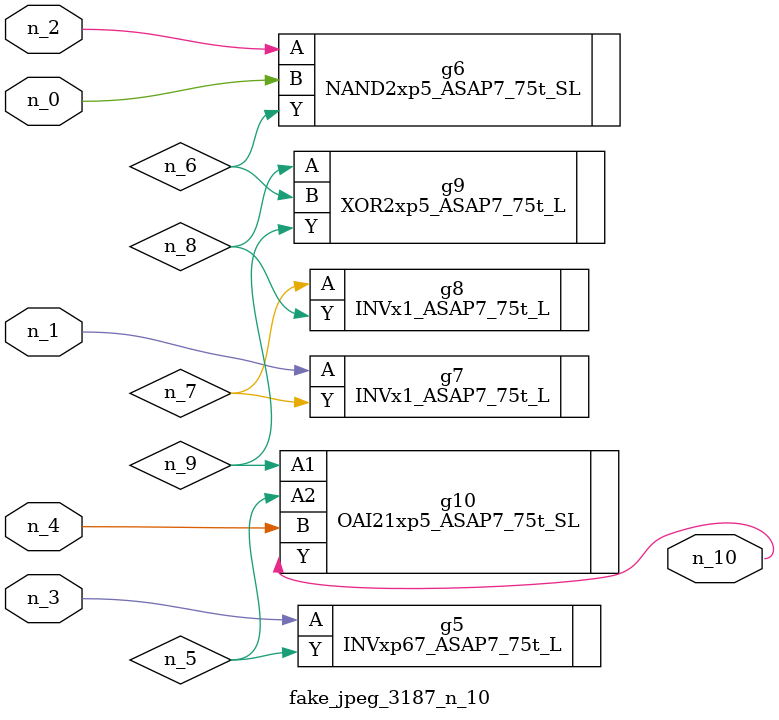
<source format=v>
module fake_jpeg_3187_n_10 (n_3, n_2, n_1, n_0, n_4, n_10);

input n_3;
input n_2;
input n_1;
input n_0;
input n_4;

output n_10;

wire n_8;
wire n_9;
wire n_6;
wire n_5;
wire n_7;

INVxp67_ASAP7_75t_L g5 ( 
.A(n_3),
.Y(n_5)
);

NAND2xp5_ASAP7_75t_SL g6 ( 
.A(n_2),
.B(n_0),
.Y(n_6)
);

INVx1_ASAP7_75t_L g7 ( 
.A(n_1),
.Y(n_7)
);

INVx1_ASAP7_75t_L g8 ( 
.A(n_7),
.Y(n_8)
);

XOR2xp5_ASAP7_75t_L g9 ( 
.A(n_8),
.B(n_6),
.Y(n_9)
);

OAI21xp5_ASAP7_75t_SL g10 ( 
.A1(n_9),
.A2(n_5),
.B(n_4),
.Y(n_10)
);


endmodule
</source>
